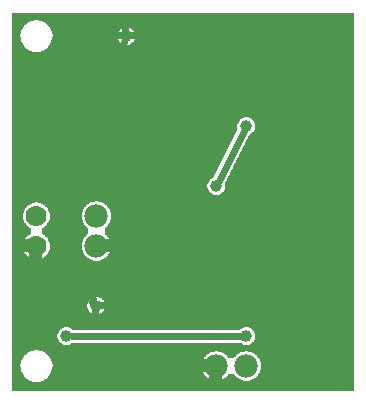
<source format=gbl>
G04 MADE WITH FRITZING*
G04 WWW.FRITZING.ORG*
G04 DOUBLE SIDED*
G04 HOLES PLATED*
G04 CONTOUR ON CENTER OF CONTOUR VECTOR*
%ASAXBY*%
%FSLAX23Y23*%
%MOIN*%
%OFA0B0*%
%SFA1.0B1.0*%
%ADD10C,0.075000*%
%ADD11C,0.070000*%
%ADD12C,0.078000*%
%ADD13C,0.039370*%
%ADD14C,0.024000*%
%LNCOPPER0*%
G90*
G70*
G54D10*
X506Y1247D03*
G54D11*
X120Y623D03*
X120Y523D03*
G54D12*
X720Y123D03*
X820Y123D03*
X320Y623D03*
X320Y523D03*
G54D13*
X820Y223D03*
X220Y223D03*
X420Y1223D03*
X820Y923D03*
X720Y723D03*
X320Y324D03*
G54D14*
X239Y223D02*
X801Y223D01*
D02*
X221Y523D02*
X320Y324D01*
D02*
X221Y724D02*
X221Y523D01*
D02*
X320Y324D02*
X306Y337D01*
D02*
X413Y1205D02*
X221Y724D01*
D02*
X728Y740D02*
X812Y906D01*
G36*
X40Y1299D02*
X40Y1277D01*
X128Y1277D01*
X128Y1275D01*
X136Y1275D01*
X136Y1273D01*
X142Y1273D01*
X142Y1271D01*
X146Y1271D01*
X146Y1269D01*
X148Y1269D01*
X148Y1267D01*
X152Y1267D01*
X152Y1265D01*
X154Y1265D01*
X154Y1263D01*
X156Y1263D01*
X156Y1261D01*
X158Y1261D01*
X158Y1259D01*
X160Y1259D01*
X160Y1257D01*
X162Y1257D01*
X162Y1255D01*
X164Y1255D01*
X164Y1253D01*
X428Y1253D01*
X428Y1251D01*
X432Y1251D01*
X432Y1249D01*
X436Y1249D01*
X436Y1247D01*
X440Y1247D01*
X440Y1245D01*
X442Y1245D01*
X442Y1241D01*
X444Y1241D01*
X444Y1239D01*
X446Y1239D01*
X446Y1235D01*
X448Y1235D01*
X448Y1229D01*
X450Y1229D01*
X450Y1217D01*
X448Y1217D01*
X448Y1211D01*
X446Y1211D01*
X446Y1207D01*
X444Y1207D01*
X444Y1205D01*
X442Y1205D01*
X442Y1203D01*
X440Y1203D01*
X440Y1201D01*
X438Y1201D01*
X438Y1199D01*
X434Y1199D01*
X434Y1197D01*
X432Y1197D01*
X432Y1195D01*
X422Y1195D01*
X422Y1193D01*
X1180Y1193D01*
X1180Y1299D01*
X40Y1299D01*
G37*
D02*
G36*
X40Y1277D02*
X40Y1171D01*
X106Y1171D01*
X106Y1173D01*
X100Y1173D01*
X100Y1175D01*
X96Y1175D01*
X96Y1177D01*
X92Y1177D01*
X92Y1179D01*
X90Y1179D01*
X90Y1181D01*
X86Y1181D01*
X86Y1183D01*
X84Y1183D01*
X84Y1185D01*
X82Y1185D01*
X82Y1187D01*
X80Y1187D01*
X80Y1189D01*
X78Y1189D01*
X78Y1193D01*
X76Y1193D01*
X76Y1195D01*
X74Y1195D01*
X74Y1199D01*
X72Y1199D01*
X72Y1203D01*
X70Y1203D01*
X70Y1209D01*
X68Y1209D01*
X68Y1219D01*
X66Y1219D01*
X66Y1229D01*
X68Y1229D01*
X68Y1239D01*
X70Y1239D01*
X70Y1243D01*
X72Y1243D01*
X72Y1247D01*
X74Y1247D01*
X74Y1251D01*
X76Y1251D01*
X76Y1255D01*
X78Y1255D01*
X78Y1257D01*
X80Y1257D01*
X80Y1259D01*
X82Y1259D01*
X82Y1261D01*
X84Y1261D01*
X84Y1263D01*
X86Y1263D01*
X86Y1265D01*
X88Y1265D01*
X88Y1267D01*
X92Y1267D01*
X92Y1269D01*
X94Y1269D01*
X94Y1271D01*
X98Y1271D01*
X98Y1273D01*
X104Y1273D01*
X104Y1275D01*
X112Y1275D01*
X112Y1277D01*
X40Y1277D01*
G37*
D02*
G36*
X164Y1253D02*
X164Y1251D01*
X166Y1251D01*
X166Y1247D01*
X168Y1247D01*
X168Y1243D01*
X170Y1243D01*
X170Y1239D01*
X172Y1239D01*
X172Y1229D01*
X174Y1229D01*
X174Y1219D01*
X172Y1219D01*
X172Y1209D01*
X170Y1209D01*
X170Y1203D01*
X168Y1203D01*
X168Y1199D01*
X166Y1199D01*
X166Y1195D01*
X164Y1195D01*
X164Y1193D01*
X418Y1193D01*
X418Y1195D01*
X408Y1195D01*
X408Y1197D01*
X406Y1197D01*
X406Y1199D01*
X402Y1199D01*
X402Y1201D01*
X400Y1201D01*
X400Y1203D01*
X398Y1203D01*
X398Y1205D01*
X396Y1205D01*
X396Y1207D01*
X394Y1207D01*
X394Y1211D01*
X392Y1211D01*
X392Y1217D01*
X390Y1217D01*
X390Y1229D01*
X392Y1229D01*
X392Y1235D01*
X394Y1235D01*
X394Y1239D01*
X396Y1239D01*
X396Y1241D01*
X398Y1241D01*
X398Y1245D01*
X400Y1245D01*
X400Y1247D01*
X404Y1247D01*
X404Y1249D01*
X408Y1249D01*
X408Y1251D01*
X412Y1251D01*
X412Y1253D01*
X164Y1253D01*
G37*
D02*
G36*
X162Y1193D02*
X162Y1191D01*
X1180Y1191D01*
X1180Y1193D01*
X162Y1193D01*
G37*
D02*
G36*
X162Y1193D02*
X162Y1191D01*
X1180Y1191D01*
X1180Y1193D01*
X162Y1193D01*
G37*
D02*
G36*
X162Y1191D02*
X162Y1189D01*
X160Y1189D01*
X160Y1187D01*
X158Y1187D01*
X158Y1185D01*
X156Y1185D01*
X156Y1183D01*
X154Y1183D01*
X154Y1181D01*
X150Y1181D01*
X150Y1179D01*
X148Y1179D01*
X148Y1177D01*
X144Y1177D01*
X144Y1175D01*
X140Y1175D01*
X140Y1173D01*
X134Y1173D01*
X134Y1171D01*
X1180Y1171D01*
X1180Y1191D01*
X162Y1191D01*
G37*
D02*
G36*
X40Y1171D02*
X40Y1169D01*
X1180Y1169D01*
X1180Y1171D01*
X40Y1171D01*
G37*
D02*
G36*
X40Y1171D02*
X40Y1169D01*
X1180Y1169D01*
X1180Y1171D01*
X40Y1171D01*
G37*
D02*
G36*
X40Y1169D02*
X40Y953D01*
X828Y953D01*
X828Y951D01*
X832Y951D01*
X832Y949D01*
X836Y949D01*
X836Y947D01*
X840Y947D01*
X840Y945D01*
X842Y945D01*
X842Y941D01*
X844Y941D01*
X844Y939D01*
X846Y939D01*
X846Y935D01*
X848Y935D01*
X848Y929D01*
X850Y929D01*
X850Y917D01*
X848Y917D01*
X848Y911D01*
X846Y911D01*
X846Y907D01*
X844Y907D01*
X844Y905D01*
X842Y905D01*
X842Y903D01*
X840Y903D01*
X840Y901D01*
X838Y901D01*
X838Y899D01*
X834Y899D01*
X834Y897D01*
X832Y897D01*
X832Y895D01*
X830Y895D01*
X830Y893D01*
X828Y893D01*
X828Y889D01*
X826Y889D01*
X826Y885D01*
X824Y885D01*
X824Y881D01*
X822Y881D01*
X822Y877D01*
X820Y877D01*
X820Y873D01*
X818Y873D01*
X818Y869D01*
X816Y869D01*
X816Y865D01*
X814Y865D01*
X814Y861D01*
X812Y861D01*
X812Y857D01*
X810Y857D01*
X810Y853D01*
X808Y853D01*
X808Y849D01*
X806Y849D01*
X806Y845D01*
X804Y845D01*
X804Y841D01*
X802Y841D01*
X802Y837D01*
X800Y837D01*
X800Y833D01*
X798Y833D01*
X798Y829D01*
X796Y829D01*
X796Y825D01*
X794Y825D01*
X794Y821D01*
X792Y821D01*
X792Y817D01*
X790Y817D01*
X790Y813D01*
X788Y813D01*
X788Y809D01*
X786Y809D01*
X786Y805D01*
X784Y805D01*
X784Y801D01*
X782Y801D01*
X782Y797D01*
X780Y797D01*
X780Y793D01*
X778Y793D01*
X778Y789D01*
X776Y789D01*
X776Y785D01*
X774Y785D01*
X774Y781D01*
X772Y781D01*
X772Y777D01*
X770Y777D01*
X770Y773D01*
X768Y773D01*
X768Y769D01*
X766Y769D01*
X766Y765D01*
X764Y765D01*
X764Y761D01*
X762Y761D01*
X762Y757D01*
X760Y757D01*
X760Y753D01*
X758Y753D01*
X758Y749D01*
X756Y749D01*
X756Y745D01*
X754Y745D01*
X754Y741D01*
X752Y741D01*
X752Y737D01*
X750Y737D01*
X750Y717D01*
X748Y717D01*
X748Y711D01*
X746Y711D01*
X746Y707D01*
X744Y707D01*
X744Y705D01*
X742Y705D01*
X742Y703D01*
X740Y703D01*
X740Y701D01*
X738Y701D01*
X738Y699D01*
X734Y699D01*
X734Y697D01*
X732Y697D01*
X732Y695D01*
X722Y695D01*
X722Y693D01*
X1180Y693D01*
X1180Y1169D01*
X40Y1169D01*
G37*
D02*
G36*
X40Y953D02*
X40Y693D01*
X718Y693D01*
X718Y695D01*
X708Y695D01*
X708Y697D01*
X706Y697D01*
X706Y699D01*
X702Y699D01*
X702Y701D01*
X700Y701D01*
X700Y703D01*
X698Y703D01*
X698Y705D01*
X696Y705D01*
X696Y707D01*
X694Y707D01*
X694Y711D01*
X692Y711D01*
X692Y717D01*
X690Y717D01*
X690Y729D01*
X692Y729D01*
X692Y735D01*
X694Y735D01*
X694Y739D01*
X696Y739D01*
X696Y741D01*
X698Y741D01*
X698Y745D01*
X700Y745D01*
X700Y747D01*
X704Y747D01*
X704Y749D01*
X708Y749D01*
X708Y751D01*
X710Y751D01*
X710Y755D01*
X712Y755D01*
X712Y759D01*
X714Y759D01*
X714Y763D01*
X716Y763D01*
X716Y767D01*
X718Y767D01*
X718Y771D01*
X720Y771D01*
X720Y775D01*
X722Y775D01*
X722Y779D01*
X724Y779D01*
X724Y783D01*
X726Y783D01*
X726Y787D01*
X728Y787D01*
X728Y791D01*
X730Y791D01*
X730Y795D01*
X732Y795D01*
X732Y799D01*
X734Y799D01*
X734Y803D01*
X736Y803D01*
X736Y807D01*
X738Y807D01*
X738Y811D01*
X740Y811D01*
X740Y815D01*
X742Y815D01*
X742Y819D01*
X744Y819D01*
X744Y823D01*
X746Y823D01*
X746Y827D01*
X748Y827D01*
X748Y831D01*
X750Y831D01*
X750Y835D01*
X752Y835D01*
X752Y839D01*
X754Y839D01*
X754Y843D01*
X756Y843D01*
X756Y847D01*
X758Y847D01*
X758Y851D01*
X760Y851D01*
X760Y855D01*
X762Y855D01*
X762Y859D01*
X764Y859D01*
X764Y863D01*
X766Y863D01*
X766Y867D01*
X768Y867D01*
X768Y871D01*
X770Y871D01*
X770Y875D01*
X772Y875D01*
X772Y879D01*
X774Y879D01*
X774Y883D01*
X776Y883D01*
X776Y887D01*
X778Y887D01*
X778Y891D01*
X780Y891D01*
X780Y895D01*
X782Y895D01*
X782Y899D01*
X784Y899D01*
X784Y903D01*
X786Y903D01*
X786Y907D01*
X788Y907D01*
X788Y911D01*
X790Y911D01*
X790Y929D01*
X792Y929D01*
X792Y935D01*
X794Y935D01*
X794Y939D01*
X796Y939D01*
X796Y941D01*
X798Y941D01*
X798Y945D01*
X800Y945D01*
X800Y947D01*
X804Y947D01*
X804Y949D01*
X808Y949D01*
X808Y951D01*
X812Y951D01*
X812Y953D01*
X40Y953D01*
G37*
D02*
G36*
X40Y693D02*
X40Y691D01*
X1180Y691D01*
X1180Y693D01*
X40Y693D01*
G37*
D02*
G36*
X40Y693D02*
X40Y691D01*
X1180Y691D01*
X1180Y693D01*
X40Y693D01*
G37*
D02*
G36*
X40Y691D02*
X40Y673D01*
X326Y673D01*
X326Y671D01*
X334Y671D01*
X334Y669D01*
X340Y669D01*
X340Y667D01*
X344Y667D01*
X344Y665D01*
X348Y665D01*
X348Y663D01*
X350Y663D01*
X350Y661D01*
X352Y661D01*
X352Y659D01*
X354Y659D01*
X354Y657D01*
X356Y657D01*
X356Y655D01*
X358Y655D01*
X358Y653D01*
X360Y653D01*
X360Y649D01*
X362Y649D01*
X362Y647D01*
X364Y647D01*
X364Y643D01*
X366Y643D01*
X366Y637D01*
X368Y637D01*
X368Y611D01*
X366Y611D01*
X366Y605D01*
X364Y605D01*
X364Y601D01*
X362Y601D01*
X362Y597D01*
X360Y597D01*
X360Y595D01*
X358Y595D01*
X358Y591D01*
X356Y591D01*
X356Y589D01*
X354Y589D01*
X354Y587D01*
X352Y587D01*
X352Y585D01*
X348Y585D01*
X348Y563D01*
X350Y563D01*
X350Y561D01*
X352Y561D01*
X352Y559D01*
X354Y559D01*
X354Y557D01*
X356Y557D01*
X356Y555D01*
X358Y555D01*
X358Y553D01*
X360Y553D01*
X360Y549D01*
X362Y549D01*
X362Y547D01*
X364Y547D01*
X364Y543D01*
X366Y543D01*
X366Y537D01*
X368Y537D01*
X368Y511D01*
X366Y511D01*
X366Y505D01*
X364Y505D01*
X364Y501D01*
X362Y501D01*
X362Y497D01*
X360Y497D01*
X360Y495D01*
X358Y495D01*
X358Y491D01*
X356Y491D01*
X356Y489D01*
X354Y489D01*
X354Y487D01*
X352Y487D01*
X352Y485D01*
X348Y485D01*
X348Y483D01*
X346Y483D01*
X346Y481D01*
X342Y481D01*
X342Y479D01*
X338Y479D01*
X338Y477D01*
X332Y477D01*
X332Y475D01*
X1180Y475D01*
X1180Y691D01*
X40Y691D01*
G37*
D02*
G36*
X40Y673D02*
X40Y669D01*
X126Y669D01*
X126Y667D01*
X134Y667D01*
X134Y665D01*
X140Y665D01*
X140Y663D01*
X142Y663D01*
X142Y661D01*
X146Y661D01*
X146Y659D01*
X148Y659D01*
X148Y657D01*
X150Y657D01*
X150Y655D01*
X152Y655D01*
X152Y653D01*
X154Y653D01*
X154Y651D01*
X156Y651D01*
X156Y649D01*
X158Y649D01*
X158Y645D01*
X160Y645D01*
X160Y641D01*
X162Y641D01*
X162Y635D01*
X164Y635D01*
X164Y611D01*
X162Y611D01*
X162Y605D01*
X160Y605D01*
X160Y601D01*
X158Y601D01*
X158Y599D01*
X156Y599D01*
X156Y595D01*
X154Y595D01*
X154Y593D01*
X152Y593D01*
X152Y591D01*
X150Y591D01*
X150Y589D01*
X148Y589D01*
X148Y587D01*
X144Y587D01*
X144Y585D01*
X142Y585D01*
X142Y583D01*
X138Y583D01*
X138Y563D01*
X142Y563D01*
X142Y561D01*
X146Y561D01*
X146Y559D01*
X148Y559D01*
X148Y557D01*
X150Y557D01*
X150Y555D01*
X152Y555D01*
X152Y553D01*
X154Y553D01*
X154Y551D01*
X156Y551D01*
X156Y549D01*
X158Y549D01*
X158Y545D01*
X160Y545D01*
X160Y541D01*
X162Y541D01*
X162Y535D01*
X164Y535D01*
X164Y511D01*
X162Y511D01*
X162Y505D01*
X160Y505D01*
X160Y501D01*
X158Y501D01*
X158Y497D01*
X156Y497D01*
X156Y495D01*
X154Y495D01*
X154Y493D01*
X152Y493D01*
X152Y491D01*
X150Y491D01*
X150Y489D01*
X148Y489D01*
X148Y487D01*
X144Y487D01*
X144Y485D01*
X142Y485D01*
X142Y483D01*
X138Y483D01*
X138Y481D01*
X132Y481D01*
X132Y479D01*
X298Y479D01*
X298Y481D01*
X294Y481D01*
X294Y483D01*
X292Y483D01*
X292Y485D01*
X288Y485D01*
X288Y487D01*
X286Y487D01*
X286Y489D01*
X284Y489D01*
X284Y491D01*
X282Y491D01*
X282Y495D01*
X280Y495D01*
X280Y497D01*
X278Y497D01*
X278Y501D01*
X276Y501D01*
X276Y505D01*
X274Y505D01*
X274Y511D01*
X272Y511D01*
X272Y537D01*
X274Y537D01*
X274Y543D01*
X276Y543D01*
X276Y547D01*
X278Y547D01*
X278Y549D01*
X280Y549D01*
X280Y553D01*
X282Y553D01*
X282Y555D01*
X284Y555D01*
X284Y557D01*
X286Y557D01*
X286Y559D01*
X288Y559D01*
X288Y561D01*
X290Y561D01*
X290Y563D01*
X292Y563D01*
X292Y585D01*
X288Y585D01*
X288Y587D01*
X286Y587D01*
X286Y589D01*
X284Y589D01*
X284Y591D01*
X282Y591D01*
X282Y595D01*
X280Y595D01*
X280Y597D01*
X278Y597D01*
X278Y601D01*
X276Y601D01*
X276Y605D01*
X274Y605D01*
X274Y611D01*
X272Y611D01*
X272Y637D01*
X274Y637D01*
X274Y643D01*
X276Y643D01*
X276Y647D01*
X278Y647D01*
X278Y649D01*
X280Y649D01*
X280Y653D01*
X282Y653D01*
X282Y655D01*
X284Y655D01*
X284Y657D01*
X286Y657D01*
X286Y659D01*
X288Y659D01*
X288Y661D01*
X290Y661D01*
X290Y663D01*
X292Y663D01*
X292Y665D01*
X296Y665D01*
X296Y667D01*
X300Y667D01*
X300Y669D01*
X306Y669D01*
X306Y671D01*
X314Y671D01*
X314Y673D01*
X40Y673D01*
G37*
D02*
G36*
X40Y669D02*
X40Y479D01*
X108Y479D01*
X108Y481D01*
X102Y481D01*
X102Y483D01*
X98Y483D01*
X98Y485D01*
X96Y485D01*
X96Y487D01*
X92Y487D01*
X92Y489D01*
X90Y489D01*
X90Y491D01*
X88Y491D01*
X88Y493D01*
X86Y493D01*
X86Y495D01*
X84Y495D01*
X84Y497D01*
X82Y497D01*
X82Y501D01*
X80Y501D01*
X80Y505D01*
X78Y505D01*
X78Y511D01*
X76Y511D01*
X76Y535D01*
X78Y535D01*
X78Y541D01*
X80Y541D01*
X80Y545D01*
X82Y545D01*
X82Y549D01*
X84Y549D01*
X84Y551D01*
X86Y551D01*
X86Y553D01*
X88Y553D01*
X88Y555D01*
X90Y555D01*
X90Y557D01*
X92Y557D01*
X92Y559D01*
X94Y559D01*
X94Y561D01*
X98Y561D01*
X98Y563D01*
X102Y563D01*
X102Y583D01*
X98Y583D01*
X98Y585D01*
X96Y585D01*
X96Y587D01*
X92Y587D01*
X92Y589D01*
X90Y589D01*
X90Y591D01*
X88Y591D01*
X88Y593D01*
X86Y593D01*
X86Y595D01*
X84Y595D01*
X84Y599D01*
X82Y599D01*
X82Y601D01*
X80Y601D01*
X80Y605D01*
X78Y605D01*
X78Y611D01*
X76Y611D01*
X76Y635D01*
X78Y635D01*
X78Y641D01*
X80Y641D01*
X80Y645D01*
X82Y645D01*
X82Y649D01*
X84Y649D01*
X84Y651D01*
X86Y651D01*
X86Y653D01*
X88Y653D01*
X88Y655D01*
X90Y655D01*
X90Y657D01*
X92Y657D01*
X92Y659D01*
X94Y659D01*
X94Y661D01*
X98Y661D01*
X98Y663D01*
X100Y663D01*
X100Y665D01*
X106Y665D01*
X106Y667D01*
X114Y667D01*
X114Y669D01*
X40Y669D01*
G37*
D02*
G36*
X40Y479D02*
X40Y477D01*
X302Y477D01*
X302Y479D01*
X40Y479D01*
G37*
D02*
G36*
X40Y479D02*
X40Y477D01*
X302Y477D01*
X302Y479D01*
X40Y479D01*
G37*
D02*
G36*
X40Y477D02*
X40Y475D01*
X308Y475D01*
X308Y477D01*
X40Y477D01*
G37*
D02*
G36*
X40Y475D02*
X40Y473D01*
X1180Y473D01*
X1180Y475D01*
X40Y475D01*
G37*
D02*
G36*
X40Y475D02*
X40Y473D01*
X1180Y473D01*
X1180Y475D01*
X40Y475D01*
G37*
D02*
G36*
X40Y473D02*
X40Y353D01*
X330Y353D01*
X330Y351D01*
X334Y351D01*
X334Y349D01*
X338Y349D01*
X338Y347D01*
X340Y347D01*
X340Y345D01*
X342Y345D01*
X342Y343D01*
X344Y343D01*
X344Y339D01*
X346Y339D01*
X346Y335D01*
X348Y335D01*
X348Y325D01*
X350Y325D01*
X350Y323D01*
X348Y323D01*
X348Y313D01*
X346Y313D01*
X346Y309D01*
X344Y309D01*
X344Y307D01*
X342Y307D01*
X342Y303D01*
X338Y303D01*
X338Y301D01*
X336Y301D01*
X336Y299D01*
X332Y299D01*
X332Y297D01*
X328Y297D01*
X328Y295D01*
X1180Y295D01*
X1180Y473D01*
X40Y473D01*
G37*
D02*
G36*
X40Y353D02*
X40Y295D01*
X312Y295D01*
X312Y297D01*
X306Y297D01*
X306Y299D01*
X302Y299D01*
X302Y301D01*
X300Y301D01*
X300Y303D01*
X298Y303D01*
X298Y305D01*
X296Y305D01*
X296Y307D01*
X294Y307D01*
X294Y311D01*
X292Y311D01*
X292Y317D01*
X290Y317D01*
X290Y331D01*
X292Y331D01*
X292Y337D01*
X294Y337D01*
X294Y341D01*
X296Y341D01*
X296Y343D01*
X298Y343D01*
X298Y345D01*
X300Y345D01*
X300Y347D01*
X302Y347D01*
X302Y349D01*
X304Y349D01*
X304Y351D01*
X310Y351D01*
X310Y353D01*
X40Y353D01*
G37*
D02*
G36*
X40Y295D02*
X40Y293D01*
X1180Y293D01*
X1180Y295D01*
X40Y295D01*
G37*
D02*
G36*
X40Y295D02*
X40Y293D01*
X1180Y293D01*
X1180Y295D01*
X40Y295D01*
G37*
D02*
G36*
X40Y293D02*
X40Y253D01*
X828Y253D01*
X828Y251D01*
X832Y251D01*
X832Y249D01*
X836Y249D01*
X836Y247D01*
X840Y247D01*
X840Y245D01*
X842Y245D01*
X842Y241D01*
X844Y241D01*
X844Y239D01*
X846Y239D01*
X846Y235D01*
X848Y235D01*
X848Y229D01*
X850Y229D01*
X850Y217D01*
X848Y217D01*
X848Y211D01*
X846Y211D01*
X846Y207D01*
X844Y207D01*
X844Y205D01*
X842Y205D01*
X842Y203D01*
X840Y203D01*
X840Y201D01*
X838Y201D01*
X838Y199D01*
X834Y199D01*
X834Y197D01*
X832Y197D01*
X832Y195D01*
X822Y195D01*
X822Y193D01*
X1180Y193D01*
X1180Y293D01*
X40Y293D01*
G37*
D02*
G36*
X40Y253D02*
X40Y193D01*
X218Y193D01*
X218Y195D01*
X208Y195D01*
X208Y197D01*
X206Y197D01*
X206Y199D01*
X202Y199D01*
X202Y201D01*
X200Y201D01*
X200Y203D01*
X198Y203D01*
X198Y205D01*
X196Y205D01*
X196Y207D01*
X194Y207D01*
X194Y211D01*
X192Y211D01*
X192Y217D01*
X190Y217D01*
X190Y229D01*
X192Y229D01*
X192Y235D01*
X194Y235D01*
X194Y239D01*
X196Y239D01*
X196Y241D01*
X198Y241D01*
X198Y245D01*
X200Y245D01*
X200Y247D01*
X204Y247D01*
X204Y249D01*
X208Y249D01*
X208Y251D01*
X212Y251D01*
X212Y253D01*
X40Y253D01*
G37*
D02*
G36*
X228Y253D02*
X228Y251D01*
X232Y251D01*
X232Y249D01*
X236Y249D01*
X236Y247D01*
X240Y247D01*
X240Y245D01*
X800Y245D01*
X800Y247D01*
X804Y247D01*
X804Y249D01*
X808Y249D01*
X808Y251D01*
X812Y251D01*
X812Y253D01*
X228Y253D01*
G37*
D02*
G36*
X238Y201D02*
X238Y199D01*
X234Y199D01*
X234Y197D01*
X232Y197D01*
X232Y195D01*
X222Y195D01*
X222Y193D01*
X818Y193D01*
X818Y195D01*
X808Y195D01*
X808Y197D01*
X806Y197D01*
X806Y199D01*
X802Y199D01*
X802Y201D01*
X238Y201D01*
G37*
D02*
G36*
X40Y193D02*
X40Y191D01*
X1180Y191D01*
X1180Y193D01*
X40Y193D01*
G37*
D02*
G36*
X40Y193D02*
X40Y191D01*
X1180Y191D01*
X1180Y193D01*
X40Y193D01*
G37*
D02*
G36*
X40Y193D02*
X40Y191D01*
X1180Y191D01*
X1180Y193D01*
X40Y193D01*
G37*
D02*
G36*
X40Y191D02*
X40Y177D01*
X128Y177D01*
X128Y175D01*
X136Y175D01*
X136Y173D01*
X826Y173D01*
X826Y171D01*
X834Y171D01*
X834Y169D01*
X840Y169D01*
X840Y167D01*
X844Y167D01*
X844Y165D01*
X848Y165D01*
X848Y163D01*
X850Y163D01*
X850Y161D01*
X852Y161D01*
X852Y159D01*
X854Y159D01*
X854Y157D01*
X856Y157D01*
X856Y155D01*
X858Y155D01*
X858Y153D01*
X860Y153D01*
X860Y149D01*
X862Y149D01*
X862Y147D01*
X864Y147D01*
X864Y143D01*
X866Y143D01*
X866Y137D01*
X868Y137D01*
X868Y111D01*
X866Y111D01*
X866Y105D01*
X864Y105D01*
X864Y101D01*
X862Y101D01*
X862Y97D01*
X860Y97D01*
X860Y95D01*
X858Y95D01*
X858Y91D01*
X856Y91D01*
X856Y89D01*
X854Y89D01*
X854Y87D01*
X852Y87D01*
X852Y85D01*
X848Y85D01*
X848Y83D01*
X846Y83D01*
X846Y81D01*
X842Y81D01*
X842Y79D01*
X838Y79D01*
X838Y77D01*
X832Y77D01*
X832Y75D01*
X1180Y75D01*
X1180Y191D01*
X40Y191D01*
G37*
D02*
G36*
X40Y177D02*
X40Y71D01*
X106Y71D01*
X106Y73D01*
X100Y73D01*
X100Y75D01*
X96Y75D01*
X96Y77D01*
X92Y77D01*
X92Y79D01*
X90Y79D01*
X90Y81D01*
X86Y81D01*
X86Y83D01*
X84Y83D01*
X84Y85D01*
X82Y85D01*
X82Y87D01*
X80Y87D01*
X80Y89D01*
X78Y89D01*
X78Y93D01*
X76Y93D01*
X76Y95D01*
X74Y95D01*
X74Y99D01*
X72Y99D01*
X72Y103D01*
X70Y103D01*
X70Y109D01*
X68Y109D01*
X68Y119D01*
X66Y119D01*
X66Y129D01*
X68Y129D01*
X68Y139D01*
X70Y139D01*
X70Y143D01*
X72Y143D01*
X72Y147D01*
X74Y147D01*
X74Y151D01*
X76Y151D01*
X76Y155D01*
X78Y155D01*
X78Y157D01*
X80Y157D01*
X80Y159D01*
X82Y159D01*
X82Y161D01*
X84Y161D01*
X84Y163D01*
X86Y163D01*
X86Y165D01*
X88Y165D01*
X88Y167D01*
X92Y167D01*
X92Y169D01*
X94Y169D01*
X94Y171D01*
X98Y171D01*
X98Y173D01*
X104Y173D01*
X104Y175D01*
X112Y175D01*
X112Y177D01*
X40Y177D01*
G37*
D02*
G36*
X142Y173D02*
X142Y171D01*
X146Y171D01*
X146Y169D01*
X148Y169D01*
X148Y167D01*
X152Y167D01*
X152Y165D01*
X154Y165D01*
X154Y163D01*
X156Y163D01*
X156Y161D01*
X158Y161D01*
X158Y159D01*
X160Y159D01*
X160Y157D01*
X162Y157D01*
X162Y155D01*
X164Y155D01*
X164Y151D01*
X166Y151D01*
X166Y147D01*
X168Y147D01*
X168Y143D01*
X170Y143D01*
X170Y139D01*
X172Y139D01*
X172Y129D01*
X174Y129D01*
X174Y119D01*
X172Y119D01*
X172Y109D01*
X170Y109D01*
X170Y103D01*
X168Y103D01*
X168Y99D01*
X166Y99D01*
X166Y95D01*
X164Y95D01*
X164Y93D01*
X162Y93D01*
X162Y89D01*
X160Y89D01*
X160Y87D01*
X158Y87D01*
X158Y85D01*
X156Y85D01*
X156Y83D01*
X154Y83D01*
X154Y81D01*
X150Y81D01*
X150Y79D01*
X148Y79D01*
X148Y77D01*
X144Y77D01*
X144Y75D01*
X708Y75D01*
X708Y77D01*
X702Y77D01*
X702Y79D01*
X698Y79D01*
X698Y81D01*
X694Y81D01*
X694Y83D01*
X692Y83D01*
X692Y85D01*
X688Y85D01*
X688Y87D01*
X686Y87D01*
X686Y89D01*
X684Y89D01*
X684Y91D01*
X682Y91D01*
X682Y95D01*
X680Y95D01*
X680Y97D01*
X678Y97D01*
X678Y101D01*
X676Y101D01*
X676Y105D01*
X674Y105D01*
X674Y111D01*
X672Y111D01*
X672Y137D01*
X674Y137D01*
X674Y143D01*
X676Y143D01*
X676Y147D01*
X678Y147D01*
X678Y149D01*
X680Y149D01*
X680Y153D01*
X682Y153D01*
X682Y155D01*
X684Y155D01*
X684Y157D01*
X686Y157D01*
X686Y159D01*
X688Y159D01*
X688Y161D01*
X690Y161D01*
X690Y163D01*
X692Y163D01*
X692Y165D01*
X696Y165D01*
X696Y167D01*
X700Y167D01*
X700Y169D01*
X706Y169D01*
X706Y171D01*
X714Y171D01*
X714Y173D01*
X142Y173D01*
G37*
D02*
G36*
X726Y173D02*
X726Y171D01*
X734Y171D01*
X734Y169D01*
X740Y169D01*
X740Y167D01*
X744Y167D01*
X744Y165D01*
X748Y165D01*
X748Y163D01*
X750Y163D01*
X750Y161D01*
X752Y161D01*
X752Y159D01*
X754Y159D01*
X754Y157D01*
X756Y157D01*
X756Y155D01*
X758Y155D01*
X758Y153D01*
X760Y153D01*
X760Y149D01*
X780Y149D01*
X780Y153D01*
X782Y153D01*
X782Y155D01*
X784Y155D01*
X784Y157D01*
X786Y157D01*
X786Y159D01*
X788Y159D01*
X788Y161D01*
X790Y161D01*
X790Y163D01*
X792Y163D01*
X792Y165D01*
X796Y165D01*
X796Y167D01*
X800Y167D01*
X800Y169D01*
X806Y169D01*
X806Y171D01*
X814Y171D01*
X814Y173D01*
X726Y173D01*
G37*
D02*
G36*
X760Y97D02*
X760Y95D01*
X758Y95D01*
X758Y91D01*
X756Y91D01*
X756Y89D01*
X754Y89D01*
X754Y87D01*
X752Y87D01*
X752Y85D01*
X748Y85D01*
X748Y83D01*
X746Y83D01*
X746Y81D01*
X742Y81D01*
X742Y79D01*
X738Y79D01*
X738Y77D01*
X732Y77D01*
X732Y75D01*
X808Y75D01*
X808Y77D01*
X802Y77D01*
X802Y79D01*
X798Y79D01*
X798Y81D01*
X794Y81D01*
X794Y83D01*
X792Y83D01*
X792Y85D01*
X788Y85D01*
X788Y87D01*
X786Y87D01*
X786Y89D01*
X784Y89D01*
X784Y91D01*
X782Y91D01*
X782Y95D01*
X780Y95D01*
X780Y97D01*
X760Y97D01*
G37*
D02*
G36*
X140Y75D02*
X140Y73D01*
X1180Y73D01*
X1180Y75D01*
X140Y75D01*
G37*
D02*
G36*
X140Y75D02*
X140Y73D01*
X1180Y73D01*
X1180Y75D01*
X140Y75D01*
G37*
D02*
G36*
X140Y75D02*
X140Y73D01*
X1180Y73D01*
X1180Y75D01*
X140Y75D01*
G37*
D02*
G36*
X134Y73D02*
X134Y71D01*
X1180Y71D01*
X1180Y73D01*
X134Y73D01*
G37*
D02*
G36*
X40Y71D02*
X40Y69D01*
X1180Y69D01*
X1180Y71D01*
X40Y71D01*
G37*
D02*
G36*
X40Y71D02*
X40Y69D01*
X1180Y69D01*
X1180Y71D01*
X40Y71D01*
G37*
D02*
G36*
X40Y69D02*
X40Y41D01*
X1180Y41D01*
X1180Y69D01*
X40Y69D01*
G37*
D02*
G36*
X97Y511D02*
X138Y511D01*
X138Y479D01*
X97Y479D01*
X97Y511D01*
G37*
D02*
G36*
X72Y546D02*
X102Y546D01*
X102Y505D01*
X72Y505D01*
X72Y546D01*
G37*
D02*
G36*
X695Y107D02*
X740Y107D01*
X740Y75D01*
X695Y75D01*
X695Y107D01*
G37*
D02*
G36*
X668Y148D02*
X698Y148D01*
X698Y103D01*
X668Y103D01*
X668Y148D01*
G37*
D02*
G36*
X336Y548D02*
X368Y548D01*
X368Y503D01*
X336Y503D01*
X336Y548D01*
G37*
D02*
G36*
X305Y319D02*
X330Y319D01*
X330Y295D01*
X305Y295D01*
X305Y319D01*
G37*
D02*
G36*
X324Y338D02*
X350Y338D01*
X350Y313D01*
X324Y313D01*
X324Y338D01*
G37*
D02*
G36*
X405Y1257D02*
X430Y1257D01*
X430Y1233D01*
X405Y1233D01*
X405Y1257D01*
G37*
D02*
G36*
X386Y1238D02*
X410Y1238D01*
X410Y1213D01*
X386Y1213D01*
X386Y1238D01*
G37*
D02*
G36*
X424Y1238D02*
X450Y1238D01*
X450Y1213D01*
X424Y1213D01*
X424Y1238D01*
G37*
D02*
G04 End of Copper0*
M02*
</source>
